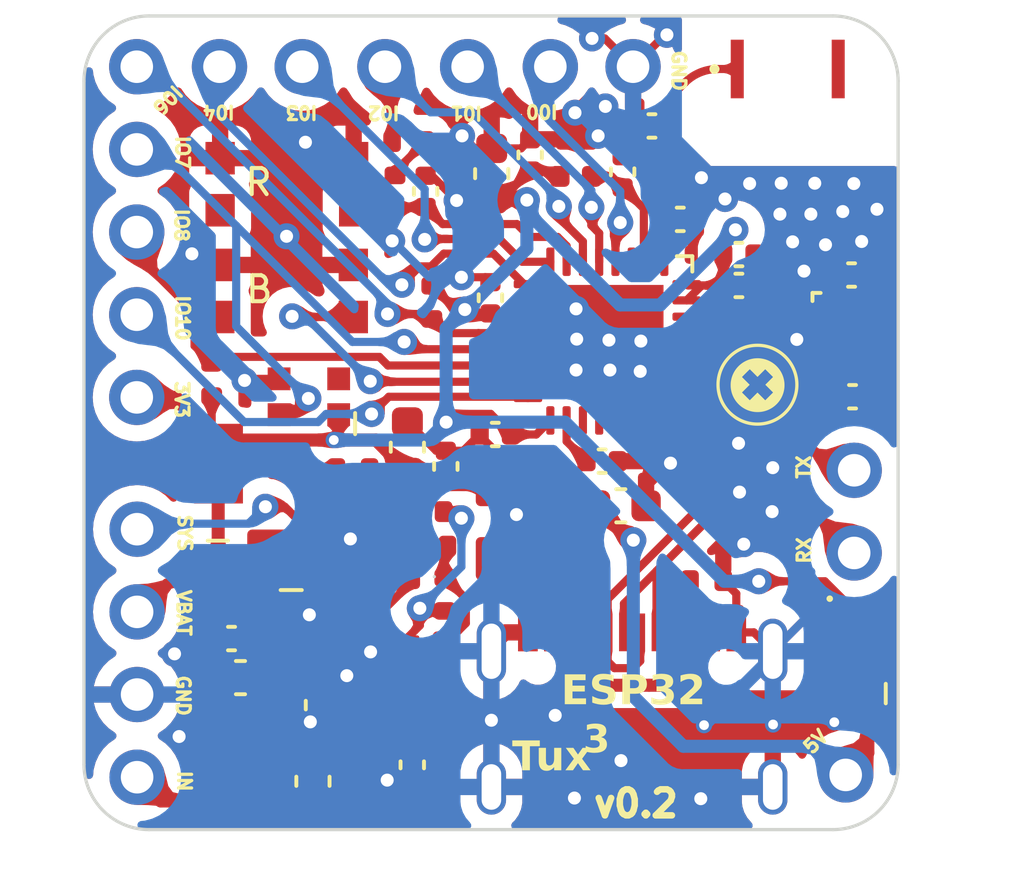
<source format=kicad_pcb>
(kicad_pcb (version 20221018) (generator pcbnew)
  (layers (0 "F.Cu" signal) (31 "B.Cu" signal) (34 "B.Paste" user) (35 "F.Paste" user) (36 "B.SilkS" user "B.Silkscreen") (37 "F.SilkS" user "F.Silkscreen") (38 "B.Mask" user) (39 "F.Mask" user) (44 "Edge.Cuts" user))
  (net 0 "")
  (net 1 "Net-(D5-A)")
  (net 2 "Net-(U1-LNA_IN)")
  (net 3 "SolarIN")
  (net 4 "XTAL_P")
  (net 5 "GND")
  (net 6 "XTAL_N")
  (net 7 "+3.3V")
  (net 8 "CHIP_EN")
  (net 9 "+5V")
  (net 10 "ANT1")
  (net 11 "Net-(U2-VREF_SAMP)")
  (net 12 "Net-(D4-A)")
  (net 13 "Net-(D1-A)")
  (net 14 "Net-(D5-K)")
  (net 16 "IO8")
  (net 17 "RX")
  (net 18 "TX")
  (net 19 "IO0")
  (net 20 "IO1")
  (net 22 "IO19")
  (net 23 "IO18")
  (net 24 "Net-(J1-CC2)")
  (net 26 "Net-(J1-CC1)")
  (net 27 "VBAT")
  (net 28 "SolarSYS")
  (net 29 "IO6")
  (net 30 "IO4")
  (net 31 "Net-(U2-LBST)")
  (net 32 "Net-(U2-OK_PROG)")
  (net 33 "Net-(U2-VBAT_OV)")
  (net 34 "Net-(U2-VBAT_UV)")
  (net 35 "Net-(U2-OK_HYST)")
  (net 36 "Net-(U2-VRDIV)")
  (net 37 "Net-(U2-VOC_SAMP)")
  (net 38 "Net-(R15-Pad2)")
  (net 39 "IO2")
  (net 40 "IO9")
  (net 43 "IO10")
  (net 44 "IO7")
  (net 51 "Net-(C9-Pad2)")
  (net 53 "VDD_SPI")
  (net 54 "IO3")
  (footprint "Resistor_SMD:R_0402_1005Metric" (layer "F.Cu") (at 109.55 75.41 90)
    (fp_text reference "R6" hide)
    (fp_text value "10K" hide)
  )
  (footprint "Resistor_SMD:R_0402_1005Metric" (layer "F.Cu") (at 110.68 78.8 90)
    (fp_text reference "R2" hide)
    (fp_text value "10K" hide)
  )
  (footprint "Resistor_SMD:R_0402_1005Metric" (layer "F.Cu") (at 109.1 85.7 90)
    (fp_text reference "R7" hide)
    (fp_text value "3.32M" hide)
  )
  (footprint "Capacitor_SMD:C_0402_1005Metric" (layer "F.Cu") (at 118.31 76.25)
    (fp_text reference "C6" hide)
    (fp_text value "4.7 pF" hide)
  )
  (footprint "BRC1518:tux" (layer "F.Cu") (at 113.999025 96.718812)
    (fp_text reference "REF**" hide)
    (fp_text value "tux" hide)
  )
  (footprint "Connector_PinHeader_2.54mm:PinHeader_1x01_P2.54mm_Vertical" (layer "F.Cu") (at 123.39 93.32 -90)
    (fp_text reference "J5" hide)
    (fp_text value "Conn_01x01" hide)
  )
  (footprint "Connector_PinHeader_2.54mm:PinHeader_1x04_P2.54mm_Vertical" (layer "F.Cu") (at 101.62 74.1)
    (fp_text reference "J2" hide)
    (fp_text value "Conn_02x04_Top_Bottom" hide)
  )
  (footprint "Resistor_SMD:R_0402_1005Metric" (layer "F.Cu") (at 119.12 87.35 180)
    (fp_text reference "R3" hide)
    (fp_text value "5k1" hide)
  )
  (footprint "Diode_SMD:D_SOD-523" (layer "F.Cu") (at 123.37 90.82 180)
    (fp_text reference "D2" hide)
    (fp_text value "1N4148WT" hide)
  )
  (footprint "Capacitor_SMD:C_0603_1608Metric" (layer "F.Cu") (at 112.52 74.845 -90)
    (fp_text reference "C12" hide)
    (fp_text value "10 uF" hide)
  )
  (footprint "Connector_PinHeader_2.54mm:PinHeader_1x02_P2.54mm_Vertical" (layer "F.Cu") (at 123.65 83.96)
    (fp_text reference "J4" hide)
    (fp_text value "Conn_01x02" hide)
  )
  (footprint "LED_SMD:LED_0402_1005Metric" (layer "F.Cu") (at 106.395 83.91 180)
    (fp_text reference "D5" hide)
    (fp_text value "LED" hide)
  )
  (footprint "Button_Switch_SMD:SW_Push_1P1T_NO_CK_KMR2" (layer "F.Cu") (at 106.22 78.45 180)
    (fp_text reference "SW1" hide)
    (fp_text value "B")
  )
  (footprint "Capacitor_SMD:C_0402_1005Metric" (layer "F.Cu") (at 113.7 74.27 -90)
    (fp_text reference "C11" hide)
    (fp_text value "0.1 uF" hide)
  )
  (footprint "Resistor_SMD:R_0402_1005Metric" (layer "F.Cu") (at 124.05 89 90)
    (fp_text reference "R4" hide)
    (fp_text value "1K" hide)
  )
  (footprint "Resistor_SMD:R_0402_1005Metric" (layer "F.Cu") (at 103.92 81.17 -90)
    (fp_text reference "R1" hide)
    (fp_text value "10K" hide)
  )
  (footprint "Capacitor_SMD:C_0603_1608Metric" (layer "F.Cu") (at 104.805 90.33 180)
    (fp_text reference "C17" hide)
    (fp_text value "4.7 uF" hide)
  )
  (footprint "Resistor_SMD:R_0402_1005Metric" (layer "F.Cu") (at 111.05 91.6 -90)
    (fp_text reference "R8" hide)
    (fp_text value "4.42M" hide)
  )
  (footprint "Button_Switch_SMD:SW_Push_1P1T_NO_CK_KMR2" (layer "F.Cu") (at 106.23 75.17 180)
    (fp_text reference "SW2" hide)
    (fp_text value "R")
  )
  (footprint "PulseAntFoot:ANT3216LL00R2400A" (layer "F.Cu") (at 121.61 71.63)
    (fp_text reference "ANT1" hide)
    (fp_text value "ANT3216LL00R2400A" hide)
  )
  (footprint "Resistor_SMD:R_0402_1005Metric" (layer "F.Cu") (at 108.71 92.53)
    (fp_text reference "R14" hide)
    (fp_text value "4.42M" hide)
  )
  (footprint "Inductor_SMD:L_1008_2520Metric" (layer "F.Cu") (at 104.95 93.045 90)
    (fp_text reference "L3" hide)
    (fp_text value "22 uH" hide)
  )
  (footprint "Capacitor_SMD:C_0402_1005Metric" (layer "F.Cu") (at 112.48 78.66 90)
    (fp_text reference "C4" hide)
    (fp_text value "0.1 uF" hide)
  )
  (footprint "Capacitor_SMD:C_0402_1005Metric" (layer "F.Cu") (at 111.11 83.84 90)
    (fp_text reference "C20" hide)
    (fp_text value "1 uF" hide)
  )
  (footprint "Capacitor_SMD:C_0402_1005Metric" (layer "F.Cu") (at 116.54 74.79 -90)
    (fp_text reference "C9" hide)
    (fp_text value "0.1 uF" hide)
  )
  (footprint "Resistor_SMD:R_0402_1005Metric" (layer "F.Cu") (at 111.03 89.69 -90)
    (fp_text reference "R11" hide)
    (fp_text value "5.62M" hide)
  )
  (footprint "Package_TO_SOT_SMD:SOT-23-5" (layer "F.Cu") (at 113.28 85.5375 90)
    (fp_text reference "U3" hide)
    (fp_text value "SPX3819M5-L-3-3" hide)
  )
  (footprint "Capacitor_SMD:C_0402_1005Metric" (layer "F.Cu") (at 112.63 82.86 180)
    (fp_text reference "C5" hide)
    (fp_text value "0.1 uF" hide)
  )
  (footprint "Resistor_SMD:R_0402_1005Metric" (layer "F.Cu") (at 109.97 73.86)
    (fp_text reference "R5" hide)
    (fp_text value "10K" hide)
  )
  (footprint "Capacitor_SMD:C_0402_1005Metric" (layer "F.Cu") (at 123.57 77.96)
    (fp_text reference "C1" hide)
    (fp_text value "10 pF" hide)
  )
  (footprint "Capacitor_SMD:C_0603_1608Metric" (layer "F.Cu") (at 109.93 83.25 90)
    (fp_text reference "C19" hide)
    (fp_text value "10 uF" hide)
  )
  (footprint "Capacitor_SMD:C_0402_1005Metric" (layer "F.Cu") (at 117.44 73.38 180)
    (fp_text reference "C7" hide)
    (fp_text value "3.3 pF" hide)
  )
  (footprint "LED_SMD:LED_WS2812B-2020_PLCC4_2.0x2.0mm" (layer "F.Cu") (at 106.905 81.7 180)
    (fp_text reference "D3" hide)
    (fp_text value "WS2812B" hide)
  )
  (footprint "Capacitor_SMD:C_0402_1005Metric" (layer "F.Cu") (at 104.53 89.13 180)
    (fp_text reference "C18" hide)
    (fp_text value "0.1 uF" hide)
  )
  (footprint "Jumper:SolderJumper-2_P1.3mm_Open_TrianglePad1.0x1.5mm" (layer "F.Cu") (at 104.13 83.755 90)
    (fp_text reference "JP1" hide)
    (fp_text value "SolderJumper_2_Open" hide)
  )
  (footprint "Resistor_SMD:R_0402_1005Metric" (layer "F.Cu") (at 115.6 86.92 -90)
    (fp_text reference "R2" hide)
    (fp_text value "5k1" hide)
  )
  (footprint "Capacitor_SMD:C_0603_1608Metric" (layer "F.Cu") (at 116.485 85.05)
    (fp_text reference "C16" hide)
    (fp_text value "10 uF" hide)
  )
  (footprint "Resistor_SMD:R_0402_1005Metric" (layer "F.Cu") (at 108.26 83.91 180)
    (fp_text reference "R17" hide)
    (fp_text value "4K7" hide)
  )
  (footprint "Resistor_SMD:R_0402_1005Metric" (layer "F.Cu") (at 110.53 85.23 180)
    (fp_text reference "R9" hide)
    (fp_text value "3.83M" hide)
  )
  (footprint "Resistor_SMD:R_0402_1005Metric" (layer "F.Cu") (at 110.65 86.29 180)
    (fp_text reference "R13" hide)
    (fp_text value "542K" hide)
  )
  (footprint "Resistor_SMD:R_0402_1005Metric" (layer "F.Cu") (at 109.54 87.29 180)
    (fp_text reference "R10" hide)
    (fp_text value "6.12M" hide)
  )
  (footprint "Capacitor_SMD:C_0402_1005Metric" (layer "F.Cu") (at 120.11 77.33)
    (fp_text reference "C10" hide)
    (fp_text value "1 uF" hide)
  )
  (footprint "Capacitor_SMD:C_0402_1005Metric" (layer "F.Cu") (at 123.6 81.7 180)
    (fp_text reference "C3" hide)
    (fp_text value "10 pF" hide)
  )
  (footprint "Resistor_SMD:R_0402_1005Metric" (layer "F.Cu") (at 111.02 93.51 90)
    (fp_text reference "R16" hide)
    (fp_text value "9.76M" hide)
  )
  (footprint "Package_DFN_QFN:VQFN-16-1EP_3x3mm_P0.5mm_EP1.68x1.68mm" (layer "F.Cu") (at 108.42 89.9075 90)
    (fp_text reference "U2" hide)
    (fp_text value "BQ25504" hide)
  )
  (footprint "LED_SMD:LED_0402_1005Metric" (layer "F.Cu") (at 122.9 88.995 -90)
    (fp_text reference "D1" hide)
    (fp_text value "LED" hide)
  )
  (footprint "Connector_USB:USB_C_Receptacle_Palconn_UTC16-G" (layer "F.Cu") (at 116.83 91.45)
    (fp_text reference "J1" hide)
    (fp_text value "USB_C_Receptacle_USB2.0" hide)
  )
  (footprint "Connector_PinHeader_2.54mm:PinHeader_1x04_P2.54mm_Vertical" (layer "F.Cu") (at 101.63 85.77)
    (fp_text reference "J6" hide)
    (fp_text value "Conn_01x04" hide)
  )
  (footprint "Capacitor_SMD:C_0603_1608Metric" (layer "F.Cu") (at 107.03 93.515 90)
    (fp_text reference "C14" hide)
    (fp_text value "4.7 uF" hide)
  )
  (footprint "Capacitor_SMD:C_0402_1005Metric" (layer "F.Cu") (at 120.11 78.28)
    (fp_text reference "C8" hide)
    (fp_text value "10 nF" hide)
  )
  (footprint "BRC1518:Logo" (layer "F.Cu") (at 120.68 81.33 180)
    (fp_text reference "REF**" hide)
    (fp_text value "Logo" hide)
  )
  (footprint "Package_DFN_QFN:QFN-32-1EP_5x5mm_P0.5mm_EP3.45x3.45mm" (layer "F.Cu") (at 116.07 79.99 -90)
    (fp_text reference "U1" hide)
    (fp_text value "ESP32-C3" hide)
  )
  (footprint "Resistor_SMD:R_0402_1005Metric" (layer "F.Cu") (at 109.59 94.42)
    (fp_text reference "R15" hide)
    (fp_text value "5.90M" hide)
  )
  (footprint "Inductor_SMD:L_0402_1005Metric" (layer "F.Cu") (at 115.1 74.93 180)
    (fp_text reference "L2" hide)
    (fp_text value "2 nH" hide)
  )
  (footprint "Resistor_SMD:R_0402_1005Metric" (layer "F.Cu") (at 111.08 87.77 -90)
    (fp_text reference "R12" hide)
    (fp_text value "6.12M" hide)
  )
  (footprint "Capacitor_SMD:C_0402_1005Metric" (layer "F.Cu") (at 110.49 75.39 90)
    (fp_text reference "C13" hide)
    (fp_text value "1 uF" hide)
  )
  (footprint "Package_TO_SOT_SMD:SOT-23" (layer "F.Cu") (at 106.6875 86.08 180)
    (fp_text reference "Q1" hide)
    (fp_text value "BC847" hide)
  )
  (footprint "Capacitor_SMD:C_0402_1005Metric" (layer "F.Cu") (at 115.91 83.68)
    (fp_text reference "C2" hide)
    (fp_text value "1 uF" hide)
  )
  (footprint "Diode_SMD:D_SOD-523" (layer "F.Cu") (at 104.12 87.3825 -90)
    (fp_text reference "D4" hide)
    (fp_text value "1N4148WT" hide)
  )
  (footprint "Crystal:Crystal_SMD_2016-4Pin_2.0x1.6mm" (layer "F.Cu") (at 123.52 79.86 -90)
    (fp_text reference "Y1" hide)
    (fp_text value "40 Mhz" hide)
  )
  (footprint "Inductor_SMD:L_0402_1005Metric" (layer "F.Cu") (at 117.88 74.785 90)
    (fp_text reference "L1" hide)
    (fp_text value "2 nH" hide)
  )
  (footprint "Connector_PinHeader_2.54mm:PinHeader_1x07_P2.54mm_Vertical" (layer "F.Cu") (at 101.62 71.56 90)
    (fp_text reference "J3" hide)
    (fp_text value "Conn_02x04_Top_Bottom" hide)
  )
  (footprint "Capacitor_SMD:C_0402_1005Metric" (layer "F.Cu") (at 110.08 93.01 -90)
    (fp_text reference "C15" hide)
    (fp_text value "10 nF" hide)
  )
  (gr_arc (start 100 72) (mid 100.585786 70.585786) (end 102 70) (stroke (width 0.1)) (layer "Edge.Cuts"))
  (gr_arc (start 102 95) (mid 100.585786 94.414214) (end 100 93) (stroke (width 0.1)) (layer "Edge.Cuts"))
  (gr_line (start 100 72) (end 100 93) (stroke (width 0.1)) (layer "Edge.Cuts"))
  (gr_line (start 110.76 87.23) (end 110.76 87.23) (stroke (width 0.1)) (layer "Edge.Cuts"))
  (gr_line (start 123 70) (end 102 70) (stroke (width 0.1)) (layer "Edge.Cuts"))
  (gr_line (start 102 95) (end 123 95) (stroke (width 0.1)) (layer "Edge.Cuts"))
  (gr_arc (start 125 93) (mid 124.414214 94.414214) (end 123 95) (stroke (width 0.1)) (layer "Edge.Cuts"))
  (gr_line (start 125 72) (end 125 93) (stroke (width 0.1)) (layer "Edge.Cuts"))
  (gr_arc (start 123 70) (mid 124.414214 70.585786) (end 125 72) (stroke (width 0.1)) (layer "Edge.Cuts"))
  (segment (start 105.91 83.928216) (end 107.111784 85.13) (width 0.25) (layer "F.Cu") (net 1))
  (segment (start 117.81 76.19) (end 117.81 75.34) (width 0.25) (layer "F.Cu") (net 2))
  (segment (start 117.82 77.5525) (end 117.82 76.2) (width 0.25) (layer "F.Cu") (net 2))
  (segment (start 104.95 94.12) (end 102.36 94.12) (width 0.4) (layer "F.Cu") (net 3))
  (segment (start 107.03 94.29) (end 107.905 93.415) (width 0.4) (layer "F.Cu") (net 3))
  (segment (start 107.905 92.825) (end 108.2 92.53) (width 0.4) (layer "F.Cu") (net 3))
  (segment (start 107.905 93.415) (end 107.905 92.825) (width 0.4) (layer "F.Cu") (net 3))
  (segment (start 108.17 91.37) (end 108.17 92.5) (width 0.25) (layer "F.Cu") (net 3))
  (segment (start 102.36 94.12) (end 101.63 93.39) (width 0.4) (layer "F.Cu") (net 3))
  (segment (start 107.03 94.29) (end 105.12 94.29) (width 0.4) (layer "F.Cu") (net 3))
  (segment (start 123.09 77.96) (end 123.09 79.04) (width 0.2) (layer "F.Cu") (net 4))
  (segment (start 118.5075 79.24) (end 122.89 79.24) (width 0.2) (layer "F.Cu") (net 4))
  (segment (start 110.14 85.23) (end 109.27 85.23) (width 0.25) (layer "F.Cu") (net 5))
  (segment (start 118.77 76.19) (end 118.77 75.16) (width 0.25) (layer "F.Cu") (net 5))
  (segment (start 108.77 84.86) (end 109.1 85.19) (width 0.25) (layer "F.Cu") (net 5))
  (segment (start 104.93 81.1995) (end 104.9795 81.15) (width 0.25) (layer "F.Cu") (net 5))
  (segment (start 110.08 93.49) (end 110.53 93.49) (width 0.25) (layer "F.Cu") (net 5))
  (segment (start 113.09 88.94) (end 112.51 89.52) (width 0.25) (layer "F.Cu") (net 5))
  (segment (start 119.63 87.35) (end 120.03 87.75) (width 0.25) (layer "F.Cu") (net 5))
  (segment (start 106.9575 88.4375) (end 106.92 88.4) (width 0.25) (layer "F.Cu") (net 5))
  (segment (start 116.86 71.56) (end 116.86 73.28) (width 0.25) (layer "F.Cu") (net 5))
  (segment (start 112.52 74.07) (end 113.42 74.07) (width 0.25) (layer "F.Cu") (net 5))
  (segment (start 107.695 91.345) (end 107.695 90.6325) (width 0.25) (layer "F.Cu") (net 5))
  (segment (start 109.059353 85.19) (end 108.180525 86.068828) (width 0.25) (layer "F.Cu") (net 5))
  (segment (start 112.51 91.64) (end 112.51 93.69) (width 0.25) (layer "F.Cu") (net 5))
  (segment (start 113.28 84.015749) (end 113.28 86.675) (width 0.25) (layer "F.Cu") (net 5))
  (segment (start 114.3475 87.6625) (end 114.6025 87.6625) (width 0.25) (layer "F.Cu") (net 5))
  (segment (start 104.9795 81.15) (end 105.99 81.15) (width 0.25) (layer "F.Cu") (net 5))
  (segment (start 124.795 79.885) (end 124.795 81.335) (width 0.25) (layer "F.Cu") (net 5))
  (segment (start 107.269598 91.37) (end 107.67 91.37) (width 0.25) (layer "F.Cu") (net 5))
  (segment (start 120.03 87.75) (end 120.03 88.94) (width 0.25) (layer "F.Cu") (net 5))
  (segment (start 124.43 81.7) (end 124.08 81.7) (width 0.25) (layer "F.Cu") (net 5))
  (segment (start 107.67 88.445) (end 107.67 89.1575) (width 0.25) (layer "F.Cu") (net 5))
  (segment (start 109.32 93.49) (end 109.31 93.48) (width 0.25) (layer "F.Cu") (net 5))
  (segment (start 124.07 79.16) (end 124.795 79.885) (width 0.25) (layer "F.Cu") (net 5))
  (segment (start 118.77 75.16) (end 118.96 74.97) (width 0.25) (layer "F.Cu") (net 5))
  (segment (start 113.63 88.94) (end 113.09 88.94) (width 0.25) (layer "F.Cu") (net 5))
  (segment (start 114.955 87.055) (end 115.6 86.41) (width 0.25) (layer "F.Cu") (net 5))
  (segment (start 107.67 88.445) (end 106.965 88.445) (width 0.25) (layer "F.Cu") (net 5))
  (segment (start 112.15 82.86) (end 111.65 83.36) (width 0.25) (layer "F.Cu") (net 5))
  (segment (start 117.95 83.68) (end 116.39 83.68) (width 0.25) (layer "F.Cu") (net 5))
  (segment (start 115.99 70.69) (end 116.86 71.56) (width 0.25) (layer "F.Cu") (net 5))
  (segment (start 109.8825 90.6575) (end 109.8825 90.9425) (width 0.25) (layer "F.Cu") (net 5))
  (segment (start 107.67 92.1) (end 107.03 92.74) (width 0.25) (layer "F.Cu") (net 5))
  (segment (start 107.695 90.6325) (end 108.0575 90.27) (width 0.25) (layer "F.Cu") (net 5))
  (segment (start 113.42 74.07) (end 113.7 73.79) (width 0.25) (layer "F.Cu") (net 5))
  (segment (start 108.42 89.9075) (end 107.67 89.1575) (width 0.25) (layer "F.Cu") (net 5))
  (segment (start 110.08 93.49) (end 109.32 93.49) (width 0.25) (layer "F.Cu") (net 5))
  (segment (start 110.53 93.49) (end 111.02 93) (width 0.25) (layer "F.Cu") (net 5))
  (segment (start 116.96 73.38) (end 116.96 73.89) (width 0.25) (layer "F.Cu") (net 5))
  (segment (start 104.05 89.13) (end 104.05 90.31) (width 0.25) (layer "F.Cu") (net 5))
  (segment (start 109.418008 90.6575) (end 109.8825 90.6575) (width 0.25) (layer "F.Cu") (net 5))
  (segment (start 106.965 88.445) (end 106.92 88.4) (width 0.25) (layer "F.Cu") (net 5))
  (segment (start 107.67 91.37) (end 107.695 91.345) (width 0.25) (layer "F.Cu") (net 5))
  (segment (start 118.01 83.74) (end 117.95 83.68) (width 0.25) (layer "F.Cu") (net 5))
  (segment (start 110.49 74.91) (end 110.681549 74.91) (width 0.25) (layer "F.Cu") (net 5))
  (segment (start 106.9575 89.1575) (end 106.9575 88.4375) (width 0.25) (layer "F.Cu") (net 5))
  (segment (start 112.15 82.885749) (end 113.28 84.015749) (width 0.25) (layer "F.Cu") (net 5))
  (segment (start 124.795 81.335) (end 124.43 81.7) (width 0.25) (layer "F.Cu") (net 5))
  (segment (start 116.54 74.31) (end 116.02 73.79) (width 0.25) (layer "F.Cu") (net 5))
  (segment (start 108.668008 89.9075) (end 109.418008 90.6575) (width 0.25) (layer "F.Cu") (net 5))
  (segment (start 114.6025 87.6625) (end 114.955 87.31) (width 0.25) (layer "F.Cu") (net 5))
  (segment (start 120.03 88.94) (end 120.57 88.94) (width 0.25) (layer "F.Cu") (net 5))
  (segment (start 106.949799 91.689799) (end 107.269598 91.37) (width 0.25) (layer "F.Cu") (net 5))
  (segment (start 120.57 88.94) (end 121.15 89.52) (width 0.25) (layer "F.Cu") (net 5))
  (segment (start 111.11 83.36) (end 110.815 83.36) (width 0.25) (layer "F.Cu") (net 5))
  (segment (start 111.58834 78.027444) (end 112.327444 78.027444) (width 0.25) (layer "F.Cu") (net 5))
  (segment (start 118.01 83.74) (end 117.26 84.49) (width 0.25) (layer "F.Cu") (net 5))
  (segment (start 112.52 74.07) (end 111.994598 74.07) (width 0.25) (layer "F.Cu") (net 5))
  (segment (start 111.65 83.36) (end 111.11 83.36) (width 0.25) (layer "F.Cu") (net 5))
  (segment (start 112.51 89.52) (end 112.51 91.64) (width 0.25) (layer "F.Cu") (net 5))
  (segment (start 110.815 83.36) (end 109.93 82.475) (width 0.25) (layer "F.Cu") (net 5))
  (segment (start 116.02 73.79) (end 113.7 73.79) (width 0.25) (layer "F.Cu") (net 5))
  (segment (start 108.77 83.91) (end 108.77 84.86) (width 0.25) (layer "F.Cu") (net 5))
  (segment (start 122.16 88.51) (end 121.15 89.52) (width 0.25) (layer "F.Cu") (net 5))
  (segment (start 122.97 80.56) (end 122.509243 80.56) (width 0.25) (layer "F.Cu") (net 5))
  (segment (start 114.955 87.31) (end 114.955 87.055) (width 0.25) (layer "F.Cu") (net 5))
  (segment (start 117.26 84.49) (end 117.26 85.05) (width 0.25) (layer "F.Cu") (net 5))
  (segment (start 109.8825 90.9425) (end 111.05 92.11) (width 0.25) (layer "F.Cu") (net 5))
  (segment (start 117.84 70.58) (end 116.86 71.56) (width 0.25) (layer "F.Cu") (net 5))
  (segment (start 117.26 85.05) (end 117.26 84.55) (width 0.25) (layer "F.Cu") (net 5))
  (segment (start 122.9 88.51) (end 122.16 88.51) (width 0.25) (layer "F.Cu") (net 5))
  (segment (start 107.67 91.37) (end 107.67 92.1) (width 0.25) (layer "F.Cu") (net 5))
  (segment (start 113.63 88.94) (end 113.63 88.38) (width 0.25) (layer "F.Cu") (net 5))
  (segment (start 111.02 93) (end 111.02 92.14) (width 0.25) (layer "F.Cu") (net 5))
  (segment (start 104.17 77.65) (end 103.654544 77.65) (width 0.25) (layer "F.Cu") (net 5))
  (segment (start 124.05 77.96) (end 124.05 79.14) (width 0.25) (layer "F.Cu") (net 5))
  (segment (start 117.9 70.58) (end 117.84 70.58) (width 0.25) (layer "F.Cu") (net 5))
  (segment (start 115.6 70.69) (end 115.99 70.69) (width 0.25) (layer "F.Cu") (net 5))
  (segment (start 116.96 73.89) (end 116.54 74.31) (width 0.25) (layer "F.Cu") (net 5))
  (segment (start 122.509243 80.56) (end 121.888743 79.9395) (width 0.25) (layer "F.Cu") (net 5))
  (segment (start 110.681549 74.91) (end 111.442049 75.6705) (width 0.25) (layer "F.Cu") (net 5))
  (segment (start 107.67 89.1575) (end 106.9575 89.1575) (width 0.25) (layer "F.Cu") (net 5))
  (segment (start 113.63 88.38) (end 114.3475 87.6625) (width 0.25) (layer "F.Cu") (net 5))
  (segment (start 111.994598 74.07) (end 111.609098 73.6845) (width 0.25) (layer "F.Cu") (net 5))
  (segment (start 103.654544 77.65) (end 103.312608 77.308064) (width 0.25) (layer "F.Cu") (net 5))
  (via (at 120.13 84.63) (size 0.8) (drill 0.4) (layers "F.Cu" "B.Cu") (net 5))
  (via (at 122.77 77.03) (size 0.8) (drill 0.4) (layers "F.Cu" "B.Cu") (net 5))
  (via (at 122.32 76.09) (size 0.8) (drill 0.4) (layers "F.Cu" "B.Cu") (net 5))
  (via (at 123.64 75.15) (size 0.8) (drill 0.4) (layers "F.Cu" "B.Cu") (net 5))
  (via (at 111.58834 78.027444) (size 0.8) (drill 0.4) (layers "F.Cu" "B.Cu") (net 5))
  (via (at 118.01 83.74) (size 0.8) (drill 0.4) (layers "F.Cu" "B.Cu") (net 5))
  (via (at 113.28 85.32) (size 0.8) (drill 0.4) (layers "F.Cu" "B.Cu") (net 5))
  (via (at 123.04 91.7) (size 0.5) (drill 0.3) (layers "F.Cu" "B.Cu") (net 5))
  (via (at 115.11 80.88) (size 0.8) (drill 0.4) (layers "F.Cu" "B.Cu") (net 5))
  (via (at 109.31 93.48) (size 0.8) (drill 0.4) (layers "F.Cu" "B.Cu") (net 5))
  (via (at 106.22 76.77) (size 0.8) (drill 0.4) (layers "F.Cu" "B.Cu") (net 5))
  (via (at 115.11 79) (size 0.8) (drill 0.4) (layers "F.Cu" "B.Cu") (net 5))
  (via (at 115.6 70.69) (size 0.8) (drill 0.4) (layers "F.Cu" "B.Cu") (net 5))
  (via (at 119.68407 75.623611) (size 0.8) (drill 0.4) (layers "F.Cu" "B.Cu") (net 5))
  (via (at 118.96 74.97) (size 0.8) (drill 0.4) (layers "F.Cu" "B.Cu") (net 5))
  (via (at 122.11 77.84) (size 0.8) (drill 0.4) (layers "F.Cu" "B.Cu") (net 5))
  (via (at 108.07 90.27) (size 0.8) (drill 0.4) (layers "F.Cu" "B.Cu") (net 5))
  (via (at 111.609098 73.6845) (size 0.8) (drill 0.4) (layers "F.Cu" "B.Cu") (net 5))
  (via (at 117.08 80.92) (size 0.8) (drill 0.4) (layers "F.Cu" "B.Cu") (net 5))
  (via (at 121.16 91.77) (size 0.5) (drill 0.3) (layers "F.Cu" "B.Cu") (net 5))
  (via (at 109.462611 76.911145) (size 0.8) (drill 0.4) (layers "F.Cu" "B.Cu") (net 5))
  (via (at 106.92 88.4) (size 0.8) (drill 0.4) (layers "F.Cu" "B.Cu") (net 5))
  (via (at 121.888743 79.9395) (size 0.8) (drill 0.4) (layers "F.Cu" "B.Cu") (net 5))
  (via (at 123.88 76.93) (size 0.8) (drill 0.4) (layers "F.Cu" "B.Cu") (net 5))
  (via (at 111.442049 75.6705) (size 0.8) (drill 0.4) (layers "F.Cu" "B.Cu") (net 5))
  (via (at 120.26 86.23) (size 0.8) (drill 0.4) (layers "F.Cu" "B.Cu") (net 5))
  (via (at 116.12 79.96) (size 0.8) (drill 0.4) (layers "F.Cu" "B.Cu") (net 5))
  (via (at 115.13 79.93) (size 0.8) (drill 0.4) (layers "F.Cu" "B.Cu") (net 5))
  (via (at 122.44 75.14) (size 0.8) (drill 0.4) (layers "F.Cu" "B.Cu") (net 5))
  (via (at 106.949799 91.689799) (size 0.8) (drill 0.4) (layers "F.Cu" "B.Cu") (net 5))
  (via (at 102.92 92.14) (size 0.8) (drill 0.4) (layers "F.Cu" "B.Cu") (net 5))
  (via (at 115.787299 73.682701) (size 0.8) (drill 0.4) (layers "F.Cu" "B.Cu") (net 5))
  (via (at 117.9 70.58) (size 0.8) (drill 0.4) (layers "F.Cu" "B.Cu") (net 5))
  (via (at 116.15 80.88) (size 0.8) (drill 0.4) (layers "F.Cu" "B.Cu") (net 5))
  (via (at 121.76 76.94) (size 0.8) (drill 0.4) (layers "F.Cu" "B.Cu") (net 5))
  (via (at 103.312608 77.308064) (size 0.8) (drill 0.4) (layers "F.Cu" "B.Cu") (net 5))
  (via (at 121.13 85.23) (size 0.8) (drill 0.4) (layers "F.Cu" "B.Cu") (net 5))
  (via (at 108.8 89.54) (size 0.8) (drill 0.4) (layers "F.Cu" "B.Cu") (net 5))
  (via (at 116.01 72.78) (size 0.8) (drill 0.4) (layers "F.Cu" "B.Cu") (net 5))
  (via (at 116.49 92.88) (size 0.8) (drill 0.4) (layers "F.Cu" "B.Cu") (net 5))
  (via (at 112.51 91.64) (size 0.8) (drill 0.4) (layers "F.Cu" "B.Cu") (net 5))
  (via (at 121.37 76.09) (size 0.8) (drill 0.4) (layers "F.Cu" "B.Cu") (net 5))
  (via (at 102.78 89.6) (size 0.8) (drill 0.4) (layers "F.Cu" "B.Cu") (net 5))
  (via (at 121.15 83.88) (size 0.8) (drill 0.4) (layers "F.Cu" "B.Cu") (net 5))
  (via (at 120.44 75.15) (size 0.8) (drill 0.4) (layers "F.Cu" "B.Cu") (net 5))
  (via (at 124.35 75.94) (size 0.8) (drill 0.4) (layers "F.Cu" "B.Cu") (net 5))
  (via (at 114.47 91.49) (size 0.8) (drill 0.4) (layers "F.Cu" "B.Cu") (net 5))
  (via (at 115.06 94.03) (size 0.8) (drill 0.4) (layers "F.Cu" "B.Cu") (net 5))
  (via (at 106.8 73.88) (size 0.8) (drill 0.4) (layers "F.Cu" "B.Cu") (net 5))
  (via (at 121.41 75.14) (size 0.8) (drill 0.4) (layers "F.Cu" "B.Cu") (net 5))
  (via (at 104.93 81.1995) (size 0.8) (drill 0.4) (layers "F.Cu" "B.Cu") (net 5))
  (via (at 118.94 94.05) (size 0.8) (drill 0.4) (layers "F.Cu" "B.Cu") (net 5))
  (via (at 115.0773 72.9727) (size 0.8) (drill 0.4) (layers "F.Cu" "B.Cu") (net 5))
  (via (at 120.0995 83.13) (size 0.8) (drill 0.4) (layers "F.Cu" "B.Cu") (net 5))
  (via (at 117.1 79.99) (size 0.8) (drill 0.4) (layers "F.Cu" "B.Cu") (net 5))
  (via (at 108.180525 86.068828) (size 0.8) (drill 0.4) (layers "F.Cu" "B.Cu") (net 5))
  (via (at 123.3 76.01) (size 0.8) (drill 0.4) (layers "F.Cu" "B.Cu") (net 5))
  (via (at 119.04 91.7905) (size 0.5) (drill 0.3) (layers "F.Cu" "B.Cu") (net 5))
  (segment (start 109.462611 76.911145) (end 109.48124 76.911145) (width 0.25) (layer "B.Cu") (net 5))
  (segment (start 111.442049 75.6705) (end 111.442049 77.881153) (width 0.25) (layer "B.Cu") (net 5))
  (segment (start 110.597539 78.027444) (end 111.58834 78.027444) (width 0.25) (layer "B.Cu") (net 5))
  (segment (start 122.33 88.34) (end 121.15 89.52) (width 0.25) (layer "B.Cu") (net 5))
  (segment (start 121.15 89.52) (end 121.5 89.52) (width 0.25) (layer "B.Cu") (net 5))
  (segment (start 118.01 83.74) (end 118.01 81.85) (width 0.25) (layer "B.Cu") (net 5))
  (segment (start 120.43 75.16) (end 120.44 75.15) (width 0.25) (layer "B.Cu") (net 5))
  (segment (start 111.442049 77.881153) (end 111.58834 78.027444) (width 0.25) (layer "B.Cu") (net 5))
  (segment (start 111.609098 73.6845) (end 111.609098 75.503451) (width 0.25) (layer "B.Cu") (net 5))
  (segment (start 115.787299 73.682701) (end 115.787301 73.682701) (width 0.25) (layer "B.Cu") (net 5))
  (segment (start 121.485305 86.23) (end 122.33 87.074695) (width 0.25) (layer "B.Cu") (net 5))
  (segment (start 118.01 81.85) (end 117.08 80.92) (width 0.25) (layer "B.Cu") (net 5))
  (segment (start 115.787301 73.682701) (end 115.867299 73.762699) (width 0.25) (layer "B.Cu") (net 5))
  (segment (start 106.8 73.88) (end 106.8 74.230353) (width 0.25) (layer "B.Cu") (net 5))
  (segment (start 119.04 91.7905) (end 121.15 89.6805) (width 0.4) (layer "B.Cu") (net 5))
  (segment (start 109.48124 76.911145) (end 110.597539 78.027444) (width 0.25) (layer "B.Cu") (net 5))
  (segment (start 111.609098 75.503451) (end 111.442049 75.6705) (width 0.25) (layer "B.Cu") (net 5))
  (segment (start 106.8 74.230353) (end 109.462611 76.892964) (width 0.25) (layer "B.Cu") (net 5))
  (segment (start 120.26 86.23) (end 121.485305 86.23) (width 0.25) (layer "B.Cu") (net 5))
  (segment (start 122.33 87.074695) (end 122.33 88.34) (width 0.25) (layer "B.Cu") (net 5))
  (segment (start 109.462611 76.892964) (end 109.462611 76.911145) (width 0.25) (layer "B.Cu") (net 5))
  (segment (start 122.66 81.7) (end 122.99 81.7) (width 0.2) (layer "F.Cu") (net 6))
  (segment (start 120.7 79.74) (end 122.66 81.7) (width 0.2) (layer "F.Cu") (net 6))
  (segment (start 123.12 81.7) (end 124.07 80.75) (width 0.2) (layer "F.Cu") (net 6))
  (segment (start 118.5075 79.74) (end 120.7 79.74) (width 0.2) (layer "F.Cu") (net 6))
  (segment (start 109.93 83.993396) (end 108.966604 83.03) (width 0.4) (layer "F.Cu") (net 7))
  (segment (start 119.63 78.28) (end 118.5475 78.28) (width 0.25) (layer "F.Cu") (net 7))
  (segment (start 109.93 84.025) (end 110.815 84.025) (width 0.4) (layer "F.Cu") (net 7))
  (segment (start 104.13 83.03) (end 107.67 83.03) (width 0.4) (layer "F.Cu") (net 7))
  (segment (start 109.55 74.79) (end 110.48 73.86) (width 0.25) (layer "F.Cu") (net 7))
  (segment (start 113.11 82.86) (end 113.8875 82.86) (width 0.25) (layer "F.Cu") (net 7))
  (segment (start 111.912915 79.24) (end 113.6325 79.24) (width 0.25) (layer "F.Cu") (net 7))
  (segment (start 112.83 75.62) (end 113.7 74.75) (width 0.25) (layer "F.Cu") (net 7))
  (segment (start 101.62 81.72) (end 102.82 81.72) (width 0.4) (layer "F.Cu") (net 7))
  (segment (start 112.52 75.62) (end 110.76 73.86) (width 0.25) (layer "F.Cu") (net 7))
  (segment (start 119.63 77.33) (end 119.63 76.943902) (width 0.25) (layer "F.Cu") (net 7))
  (segment (start 111.411321 79.021321) (end 111.694236 79.021321) (width 0.25) (layer "F.Cu") (net 7))
  (segment (start 119.63 78.28) (end 118.9675 78.28) (width 0.25) (layer "F.Cu") (net 7))
  (segment (start 113.7 74.75) (end 114.435 74.75) (width 0.25) (layer "F.Cu") (net 7))
  (segment (start 108.966604 83.03) (end 107.67 83.03) (width 0.4) (layer "F.Cu") (net 7))
  (segment (start 118.9675 78.28) (end 118.5075 78.74) (width 0.25) (layer "F.Cu") (net 7))
  (segment (start 107.82 82.88) (end 107.67 83.03) (width 0.25) (layer "F.Cu") (net 7))
  (segment (start 110.68 78.29) (end 111.411321 79.021321) (width 0.25) (layer "F.Cu") (net 7))
  (segment (start 103.92 81.68) (end 103.92 82.82) (width 0.25) (layer "F.Cu") (net 7))
  (segment (start 120.72 87.37) (end 122.748216 87.37) (width 0.25) (layer "F.Cu") (net 7))
  (segment (start 104.12 86.6825) (end 104.12 84.49) (width 0.4) (layer "F.Cu") (net 7))
  (segment (start 110.76 73.86) (end 110.48 73.86) (width 0.25) (layer "F.Cu") (net 7))
  (segment (start 111.694236 79.021321) (end 111.912915 79.24) (width 0.25) (layer "F.Cu") (net 7))
  (segment (start 113.598919 75.658616) (end 112.558616 75.658616) (width 0.25) (layer "F.Cu") (net 7))
  (segment (start 112.485 82.225) (end 113.11 82.85) (width 0.25) (layer "F.Cu") (net 7))
  (segment (start 111.12 82.4805) (end 111.3755 82.225) (width 0.25) (layer "F.Cu") (net 7))
  (segment (start 119.63 78.28) (end 119.63 77.33) (width 0.25) (layer "F.Cu") (net 7))
  (segment (start 114.435 74.75) (end 114.615 74.93) (width 0.25) (layer "F.Cu") (net 7))
  (segment (start 113.8875 82.86) (end 114.32 82.4275) (width 0.25) (layer "F.Cu") (net 7))
  (segment (start 111.3755 82.225) (end 112.485 82.225) (width 0.25) (layer "F.Cu") (net 7))
  (segment (start 107.82 82.25) (end 107.82 82.88) (width 0.25) (layer "F.Cu") (net 7))
  (segment (start 119.63 76.943902) (end 120.003056 76.570846) (width 0.25) (layer "F.Cu") (net 7))
  (segment (start 102.82 81.72) (end 104.13 83.03) (width 0.4) (layer "F.Cu") (net 7))
  (segment (start 112.33 84.4) (end 111.19 84.4) (width 0.4) (layer "F.Cu") (net 7))
  (segment (start 122.748216 87.37) (end 123.868216 88.49) (width 0.25) (layer "F.Cu") (net 7))
  (segment (start 118.5475 78.28) (end 118.5075 78.24) (width 0.25) (layer "F.Cu") (net 7))
  (segment (start 110.815 84.025) (end 111.11 84.32) (width 0.4) (layer "F.Cu") (net 7))
  (via (at 120.003056 76.570846) (size 0.8) (drill 0.4) (layers "F.Cu" "B.Cu") (net 7))
  (via (at 120.72 87.37) (size 0.8) (drill 0.4) (layers "F.Cu" "B.Cu") (net 7))
  (via (at 107.67 83.03) (size 0.5) (drill 0.3) (layers "F.Cu" "B.Cu") (net 7))
  (via (at 111.694236 79.021321) (size 0.8) (drill 0.4) (layers "F.Cu" "B.Cu") (net 7))
  (via (at 111.12 82.4805) (size 0.8) (drill 0.4) (layers "F.Cu" "B.Cu") (net 7))
  (via (at 113.598919 75.658616) (size 0.8) (drill 0.4) (layers "F.Cu" "B.Cu") (net 7))
  (segment (start 113.598919 77.148236) (end 113.598919 75.658616) (width 0.4) (layer "B.Cu") (net 7))
  (segment (start 110.5705 83.03) (end 107.67 83.03) (width 0.4) (layer "B.Cu") (net 7))
  (segment (start 111.12 82.4805) (end 111.12 79.595557) (width 0.4) (layer "B.Cu") (net 7))
  (segment (start 111.725834 79.021321) (end 113.598919 77.148236) (width 0.4) (layer "B.Cu") (net 7))
  (segment (start 111.694236 79.021321) (end 111.725834 79.021321) (width 0.4) (layer "B.Cu") (net 7))
  (segment (start 116.46 78.88) (end 117.693902 78.88) (width 0.4) (layer "B.Cu") (net 7))
  (segment (start 120.72 87.37) (end 119.658629 87.37) (width 0.4) (layer "B.Cu") (net 7))
  (segment (start 113.598919 76.018919) (end 113.598919 75.658616) (width 0.4) (layer "B.Cu") (net 7))
  (segment (start 119.658629 87.37) (end 114.769129 82.4805) (width 0.4) (layer "B.Cu") (net 7))
  (segment (start 117.693902 78.88) (end 120.003056 76.570846) (width 0.4) (layer "B.Cu") (net 7))
  (segment (start 111.12 79.595557) (end 111.694236 79.021321) (width 0.4) (layer "B.Cu") (net 7))
  (segment (start 111.12 82.4805) (end 110.5705 83.03) (width 0.4) (layer "B.Cu") (net 7))
  (segment (start 116.46 78.88) (end 113.598919 76.018919) (width 0.4) (layer "B.Cu") (net 7))
  (segment (start 114.769129 82.4805) (end 111.12 82.4805) (width 0.4) (layer "B.Cu") (net 7))
  (segment (start 110.49 75.87) (end 109.6 75.87) (width 0.25) (layer "F.Cu") (net 8))
  (segment (start 113.295 76.395) (end 111.015 76.395) (width 0.25) (layer "F.Cu") (net 8))
  (segment (start 114.82 77.5525) (end 114.82 77.066992) (width 0.25) (layer "F.Cu") (net 8))
  (segment (start 111.015 76.395) (end 110.49 75.87) (width 0.25) (layer "F.Cu") (net 8))
  (segment (start 114.543008 76.79) (end 113.69 76.79) (width 0.25) (layer "F.Cu") (net 8))
  (segment (start 114.82 77.066992) (end 114.543008 76.79) (width 0.25) (layer "F.Cu") (net 8))
  (segment (start 113.69 76.79) (end 113.295 76.395) (width 0.25) (layer "F.Cu") (net 8))
  (segment (start 109.55 75.92) (end 108.33 75.92) (width 0.25) (layer "F.Cu") (net 8))
  (segment (start 116.868439 86.107501) (end 116.787369 86.188571) (width 0.25) (layer "F.Cu") (net 9))
  (segment (start 114.23 87.059251) (end 113.626751 87.6625) (width 0.25) (layer "F.Cu") (net 9))
  (segment (start 119.57934 90.92) (end 122.57 90.92) (width 0.4) (layer "F.Cu") (net 9))
  (segment (start 117.35 90.565) (end 119.22434 90.565) (width 0.4) (layer "F.Cu") (net 9))
  (segment (start 119.23 88.94) (end 119.23 89.535406) (width 0.25) (layer "F.Cu") (net 9))
  (segment (start 115.384594 90.49) (end 114.43 89.535406) (width 0.25) (layer "F.Cu") (net 9))
  (segment (start 116.767501 86.107501) (end 115.71 85.05) (width 0.4) (layer "F.Cu") (net 9))
  (segment (start 113.626751 87.6625) (end 112.933249 87.6625) (width 0.25) (layer "F.Cu") (net 9))
  (segment (start 115.459594 90.565) (end 117.35 90.565) (width 0.4) (layer "F.Cu") (net 9))
  (segment (start 115.384594 90.49) (end 115.459594 90.565) (width 0.4) (layer "F.Cu") (net 9))
  (segment (start 119.22434 90.565) (end 119.57934 90.92) (width 0.4) (layer "F.Cu") (net 9))
  (segment (start 112.933249 87.6625) (end 112.33 87.059251) (width 0.25) (layer "F.Cu") (net 9))
  (segment (start 124.07 90.82) (end 124.07 92.64) (width 0.4) (layer "F.Cu") (net 9))
  (segment (start 114.23 86.53) (end 115.71 85.05) (width 0.4) (layer "F.Cu") (net 9))
  (segment (start 118.200406 90.565) (end 117.35 90.565) (width 0.25) (layer "F.Cu") (net 9))
  (segment (start 114.43 89.535406) (end 114.43 88.94) (width 0.25) (layer "F.Cu") (net 9))
  (segment (start 124.07 92.64) (end 123.39 93.32) (width 0.4) (layer "F.Cu") (net 9))
  (segment (start 119.23 89.535406) (end 118.200406 90.565) (width 0.25) (layer "F.Cu") (net 9))
  (via (at 116.868439 86.107501) (size 0.8) (drill 0.4) (layers "F.Cu" "B.Cu") (net 9))
  (segment (start 123.39 93.32) (end 122.51 92.44) (width 0.4) (layer "B.Cu") (net 9))
  (segment (start 116.868439 86.107501) (end 116.868439 90.904455) (width 0.4) (layer "B.Cu") (net 9))
  (segment (start 122.51 92.44) (end 118.403984 92.44) (width 0.4) (layer "B.Cu") (net 9))
  (segment (start 118.403984 92.44) (end 116.868439 90.904455) (width 0.4) (layer "B.Cu") (net 9))
  (segment (start 117.88 73.448284) (end 117.88 74.3) (width 0.25) (layer "F.Cu") (net 10))
  (segment (start 117.93 73.362928) (end 117.93 72.97) (width 0.25) (layer "F.Cu") (net 10))
  (segment (start 119.465 71.63) (end 120.06 71.63) (width 0.25) (layer "F.Cu") (net 10))
  (segment (start 118.212842 72.287157) (end 118.449271 72.050728) (width 0.25) (layer "F.Cu") (net 10))
  (arc (start 118.212842 72.287157) (mid 118.003508 72.600448) (end 117.93 72.97) (width 0.25) (layer "F.Cu") (net 10))
  (arc (start 119.465 71.63) (mid 118.915291 71.739343) (end 118.449271 72.050728) (width 0.25) (layer "F.Cu") (net 10))
  (segment (start 109.17 91.37) (end 110.08 92.28) (width 0.25) (layer "F.Cu") (net 11))
  (segment (start 110.08 92.28) (end 110.08 92.53) (width 0.25) (layer "F.Cu") (net 11))
  (segment (start 105.58 89.7) (end 105.01 89.13) (width 0.4) (layer "F.Cu") (net 12))
  (segment (start 104.2425 88.1) (end 104.2425 88.248825) (width 0.4) (layer "F.Cu") (net 12))
  (segment (start 104.2425 88.248825) (end 105.01 89.016325) (width 0.4) (layer "F.Cu") (net 12))
  (segment (start 106.9575 90.1575) (end 105.7525 90.1575) (width 0.25) (layer "F.Cu") (net 12))
  (segment (start 105.58 90.33) (end 105.58 89.7) (width 0.4) (layer "F.Cu") (net 12))
  (segment (start 124.05 89.51) (end 122.93 89.51) (width 0.25) (layer "F.Cu") (net 13))
  (segment (start 107.75 83.91) (end 106.88 83.91) (width 0.25) (layer "F.Cu") (net 14))
  (segment (start 109.332986 80.74) (end 109.067986 80.475) (width 0.25) (layer "F.Cu") (net 16))
  (segment (start 113.6325 80.74) (end 109.332986 80.74) (width 0.25) (layer "F.Cu") (net 16))
  (segment (start 103.395 79.115) (end 101.62 77.34) (width 0.25) (layer "F.Cu") (net 16))
  (segment (start 109.067986 80.475) (end 104.105 80.475) (width 0.25) (layer "F.Cu") (net 16))
  (segment (start 103.92 80.66) (end 103.395 80.135) (width 0.25) (layer "F.Cu") (net 16))
  (segment (start 103.395 80.135) (end 103.395 79.115) (width 0.25) (layer "F.Cu") (net 16))
  (segment (start 104.105 80.475) (end 103.92 80.66) (width 0.25) (layer "F.Cu") (net 16))
  (segment (start 122.09 84.94) (end 123.65 86.5) (width 0.25) (layer "F.Cu") (net 17))
  (segment (start 118.5075 80.74) (end 119.129404 80.74) (width 0.25) (layer "F.Cu") (net 17))
  (segment (start 119.129404 80.74) (end 122.09 83.700596) (width 0.25) (layer "F.Cu") (net 17))
  (segment (start 122.09 83.700596) (end 122.09 84.94) (width 0.25) (layer "F.Cu") (net 17))
  (segment (start 118.5075 80.24) (end 119.2658 80.24) (width 0.25) (layer "F.Cu") (net 18))
  (segment (start 119.2658 80.24) (end 122.9858 83.96) (width 0.25) (layer "F.Cu") (net 18))
  (segment (start 122.9858 83.96) (end 123.65 83.96) (width 0.25) (layer "F.Cu") (net 18))
  (segment (start 116.466403 76.347598) (end 116.32 76.494001) (width 0.25) (layer "F.Cu") (net 19))
  (segment (start 116.32 76.494001) (end 116.32 77.5525) (width 0.25) (layer "F.Cu") (net 19))
  (via (at 116.466403 76.347598) (size 0.8) (drill 0.4) (layers "F.Cu" "B.Cu") (net 19))
  (segment (start 114.32 73.24) (end 114.32 71.56) (width 0.25) (layer "B.Cu") (net 19))
  (segment (start 116.466403 76.347598) (end 116.466403 75.386403) (width 0.25) (layer "B.Cu") (net 19))
  (segment (start 116.466403 75.386403) (end 114.32 73.24) (width 0.25) (layer "B.Cu") (net 19))
  (segment (start 115.82 76.674805) (end 115.579117 76.433922) (width 0.25) (layer "F.Cu") (net 20))
  (segment (start 115.82 77.5525) (end 115.82 76.674805) (width 0.25) (layer "F.Cu") (net 20))
  (segment (start 115.579117 76.433922) (end 115.579117 75.878126) (width 0.25) (layer "F.Cu") (net 20))
  (via (at 115.579117 75.878126) (size 0.8) (drill 0.4) (layers "F.Cu" "B.Cu") (net 20))
  (segment (start 115.579117 75.359117) (end 111.78 71.56) (width 0.25) (layer "B.Cu") (net 20))
  (segment (start 115.579117 75.878126) (end 115.579117 75.359117) (width 0.25) (layer "B.Cu") (net 20))
  (segment (start 118.993008 81.24) (end 119.375 81.621992) (width 0.25) (layer "F.Cu") (net 22))
  (segment (start 118.5075 81.24) (end 118.993008 81.24) (width 0.25) (layer "F.Cu") (net 22))
  (segment (start 119.375 81.621992) (end 119.375 85.261934) (width 0.25) (layer "F.Cu") (net 22))
  (segment (start 119.375 85.261934) (end 117.58 87.056934) (width 0.25) (layer "F.Cu") (net 22))
  (segment (start 116.58 88.056934) (end 119.375 85.261934) (width 0.25) (layer "F.Cu") (net 22))
  (segment (start 116.58 88.94) (end 116.58 88.056934) (width 0.25) (layer "F.Cu") (net 22))
  (segment (start 117.58 88.94) (end 117.58 87.056934) (width 0.25) (layer "F.Cu") (net 22))
  (segment (start 117.08 88.94) (end 117.08 89.82) (width 0.25) (layer "F.Cu") (net 23))
  (segment (start 116.08 89.83) (end 116.08 88.94) (width 0.25) (layer "F.Cu") (net 23))
  (segment (start 118.5075 81.8025) (end 118.925 82.22) (width 0.25) (layer "F.Cu") (net 23))
  (segment (start 118.5075 81.74) (end 118.5075 81.8025) (width 0.25) (layer "F.Cu") (net 23))
  (segment (start 117.08 89.82) (end 116.86 90.04) (width 0.25) (layer "F.Cu") (net 23))
  (segment (start 116.29 90.04) (end 116.08 89.83) (width 0.25) (layer "F.Cu") (net 23))
  (segment (start 118.925 82.22) (end 118.925 85.075538) (width 0.25) (layer "F.Cu") (net 23))
  (segment (start 116.86 90.04) (end 116.29 90.04) (width 0.25) (layer "F.Cu") (net 23))
  (segment (start 116.08 87.920538) (end 116.08 88.94) (width 0.25) (layer "F.Cu") (net 23))
  (segment (start 118.925 85.075538) (end 116.08 87.920538) (width 0.25) (layer "F.Cu") (net 23))
  (segment (start 118.58 87.38) (end 118.58 88.94) (width 0.25) (layer "F.Cu") (net 24))
  (segment (start 115.58 88.94) (end 115.58 87.45) (width 0.25) (layer "F.Cu") (net 26))
  (segment (start 105.75 88.910508) (end 105.75 86.08) (width 0.25) (layer "F.Cu") (net 27))
  (segment (start 105.75 88.690749) (end 104.469251 87.41) (width 0.25) (layer "F.Cu") (net 27))
  (segment (start 106.9575 89.6575) (end 106.496992 89.6575) (width 0.25) (layer "F.Cu") (net 27))
  (segment (start 102.53 87.41) (end 101.63 88.31) (width 0.25) (layer "F.Cu") (net 27))
  (segment (start 106.496992 89.6575) (end 105.75 88.910508) (width 0.25) (layer "F.Cu") (net 27))
  (segment (start 105.75 88.910508) (end 105.75 88.690749) (width 0.25) (layer "F.Cu") (net 27))
  (segment (start 104.469251 87.41) (end 102.53 87.41) (width 0.25) (layer "F.Cu") (net 27))
  (segment (start 108.17 88.445) (end 108.17 87.575) (width 0.25) (layer "F.Cu") (net 28))
  (segment (start 107.625 86.539251) (end 107.625 87.03) (width 0.25) (layer "F.Cu") (net 28))
  (segment (start 106.165749 85.08) (end 107.625 86.539251) (width 0.25) (layer "F.Cu") (net 28))
  (segment (start 105.57 85.08) (end 106.165749 85.08) (width 0.25) (layer "F.Cu") (net 28))
  (segment (start 108.17 87.575) (end 107.625 87.03) (width 0.25) (layer "F.Cu") (net 28))
  (via (at 105.57 85.08) (size 0.8) (drill 0.4) (layers "F.Cu" "B.Cu") (net 28))
  (segment (start 105.05 85.6) (end 101.8 85.6) (width 0.25) (layer "B.Cu") (net 28))
  (segment (start 105.57 85.08) (end 105.05 85.6) (width 0.25) (layer "B.Cu") (net 28))
  (segment (start 111.116321 79.746321) (end 110.68 79.31) (width 0.25) (layer "F.Cu") (net 29))
  (segment (start 110.526202 79.156202) (end 110.68 79.31) (width 0.25) (layer "F.Cu") (net 29))
  (segment (start 112.113679 79.746321) (end 111.116321 79.746321) (width 0.25) (layer "F.Cu") (net 29))
  (segment (start 112.115 79.745) (end 112.113679 79.746321) (width 0.25) (layer "F.Cu") (net 29))
  (segment (start 113.6275 79.745) (end 112.115 79.745) (width 0.25) (layer "F.Cu") (net 29))
  (segment (start 113.6325 79.74) (end 113.6275 79.745) (width 0.25) (layer "F.Cu") (net 29))
  (segment (start 109.319502 79.156202) (end 110.526202 79.156202) (width 0.25) (layer "F.Cu") (net 29))
  (via (at 109.319502 79.156202) (size 0.8) (drill 0.4) (layers "F.Cu" "B.Cu") (net 29))
  (segment (start 109.319502 79.156202) (end 109.319502 78.844197) (width 0.25) (layer "B.Cu") (net 29))
  (segment (start 109.319502 78.844197) (end 102.035305 71.56) (width 0.25) (layer "B.Cu") (net 29))
  (segment (start 110.657063 77.695) (end 110.304462 77.695) (width 0.25) (layer "F.Cu") (net 30))
  (segment (start 110.304462 77.695) (end 109.7605 78.238962) (width 0.25) (layer "F.Cu") (net 30))
  (segment (start 109.7605 78.238962) (end 109.7605 78.25925) (width 0.25) (layer "F.Cu") (net 30))
  (segment (start 113.507609 78.24) (end 112.570053 77.302444) (width 0.25) (layer "F.Cu") (net 30))
  (segment (start 111.049619 77.302444) (end 110.657063 77.695) (width 0.25) (layer "F.Cu") (net 30))
  (segment (start 112.570053 77.302444) (end 111.049619 77.302444) (width 0.25) (layer "F.Cu") (net 30))
  (via (at 109.7605 78.25925) (size 0.8) (drill 0.4) (layers "F.Cu" "B.Cu") (net 30))
  (segment (start 109.7605 78.25925) (end 109.370951 78.25925) (width 0.25) (layer "B.Cu") (net 30))
  (segment (start 104.16 73.048299) (end 104.16 71.56) (width 0.25) (layer "B.Cu") (net 30))
  (segment (start 109.370951 78.25925) (end 104.16 73.048299) (width 0.25) (layer "B.Cu") (net 30))
  (segment (start 106.9575 90.6575) (end 105.645 91.97) (width 0.25) (layer "F.Cu") (net 31))
  (segment (start 108.67 87.76) (end 108.67 88.445) (width 0.25) (layer "F.Cu") (net 32))
  (segment (start 109.13 87.3) (end 108.67 87.76) (width 0.25) (layer "F.Cu") (net 32))
  (segment (start 109.03 87.29) (end 109.03 86.28) (width 0.25) (layer "F.Cu") (net 32))
  (segment (start 109.8825 90.1575) (end 110.9875 90.1575) (width 0.25) (layer "F.Cu") (net 33))
  (segment (start 111.05 91.09) (end 111.05 90.22) (width 0.25) (layer "F.Cu") (net 33))
  (segment (start 111.04 85.23) (end 111.38681 85.23) (width 0.25) (layer "F.Cu") (net 34))
  (segment (start 110.312776 88.727224) (end 109.8825 89.1575) (width 0.25) (layer "F.Cu") (net 34))
  (segment (start 110.312776 88.198301) (end 110.312776 88.727224) (width 0.25) (layer "F.Cu") (net 34))
  (segment (start 110.394475 88.28) (end 110.312776 88.198301) (width 0.25) (layer "F.Cu") (net 34))
  (segment (start 111.08 88.28) (end 110.394475 88.28) (width 0.25) (layer "F.Cu") (net 34))
  (segment (start 111.38681 85.23) (end 111.588496 85.431686) (width 0.25) (layer "F.Cu") (net 34))
  (via (at 110.312776 88.198301) (size 0.8) (drill 0.4) (layers "F.Cu" "B.Cu") (net 34))
  (via (at 111.588496 85.431686) (size 0.8) (drill 0.4) (layers "F.Cu" "B.Cu") (net 34))
  (segment (start 111.588496 86.922581) (end 110.312776 88.198301) (width 0.25) (layer "B.Cu") (net 34))
  (segment (start 111.588496 85.431686) (end 111.588496 86.922581) (width 0.25) (layer "B.Cu") (net 34))
  (segment (start 109.17 88.28) (end 110.15 87.3) (width 0.25) (layer "F.Cu") (net 35))
  (segment (start 110.14 86.29) (end 110.14 87.29) (width 0.25) (layer "F.Cu") (net 35))
  (segment (start 111.04 87.26) (end 111.04 86.41) (width 0.25) (layer "F.Cu") (net 36))
  (segment (start 111.203984 89.18) (end 111.725 88.658984) (width 0.25) (layer "F.Cu") (net 36))
  (segment (start 110.5525 89.6575) (end 111.03 89.18) (width 0.25) (layer "F.Cu") (net 36))
  (segment (start 111.725 88.658984) (end 111.725 87.905) (width 0.25) (layer "F.Cu") (net 36))
  (segment (start 111.725 87.905) (end 111.08 87.26) (width 0.25) (layer "F.Cu") (net 36))
  (segment (start 109.8825 89.6575) (end 110.5525 89.6575) (width 0.25) (layer "F.Cu") (net 36))
  (segment (start 108.67 91.98) (end 109.22 92.53) (width 0.25) (layer "F.Cu") (net 37))
  (segment (start 109.08 94.42) (end 108.525538 93.865538) (width 0.25) (layer "F.Cu") (net 37))
  (segment (start 108.525538 93.865538) (end 108.525538 93.224462) (width 0.25) (layer "F.Cu") (net 37))
  (segment (start 108.67 91.37) (end 108.67 91.98) (width 0.25) (layer "F.Cu") (net 37))
  (segment (start 108.525538 93.224462) (end 109.22 92.53) (width 0.25) (layer "F.Cu") (net 37))
  (segment (start 110.62 94.42) (end 110.1 94.42) (width 0.25) (layer "F.Cu") (net 38))
  (segment (start 111.02 94.02) (end 110.62 94.42) (width 0.25) (layer "F.Cu") (net 38))
  (segment (start 115.32 76.930596) (end 115.32 77.5525) (width 0.25) (layer "F.Cu") (net 39))
  (segment (start 114.580025 75.8495) (end 114.580025 76.190621) (width 0.25) (layer "F.Cu") (net 39))
  (segment (start 114.580025 76.190621) (end 115.32 76.930596) (width 0.25) (layer "F.Cu") (net 39))
  (segment (start 109.46 73.86) (end 109.46 71.78) (width 0.25) (layer "F.Cu") (net 39))
  (via (at 114.580025 75.8495) (size 0.8) (drill 0.4) (layers "F.Cu" "B.Cu") (net 39))
  (segment (start 111.925608 72.96) (end 110.64 72.96) (width 0.25) (layer "B.Cu") (net 39))
  (segment (start 110.64 72.96) (end 109.24 71.56) (width 0.25) (layer "B.Cu") (net 39))
  (segment (start 114.580025 75.8495) (end 114.580025 75.614417) (width 0.25) (layer "B.Cu") (net 39))
  (segment (start 114.580025 75.614417) (end 111.925608 72.96) (width 0.25) (layer "B.Cu") (net 39))
  (segment (start 108.807681 81.24) (end 108.789502 81.221821) (width 0.25) (layer "F.Cu") (net 40))
  (segment (start 113.6325 81.24) (end 108.807681 81.24) (width 0.25) (layer "F.Cu") (net 40))
  (segment (start 106.41 79.25) (end 108.27 79.25) (width 0.25) (layer "F.Cu") (net 40))
  (segment (start 106.39 79.23) (end 106.41 79.25) (width 0.25) (layer "F.Cu") (net 40))
  (via (at 108.789502 81.221821) (size 0.8) (drill 0.4) (layers "F.Cu" "B.Cu") (net 40))
  (via (at 106.39 79.23) (size 0.8) (drill 0.4) (layers "F.Cu" "B.Cu") (net 40))
  (segment (start 106.39 79.23) (end 106.797681 79.23) (width 0.25) (layer "B.Cu") (net 40))
  (segment (start 106.797681 79.23) (end 108.789502 81.221821) (width 0.25) (layer "B.Cu") (net 40))
  (segment (start 113.5925 81.7) (end 113.6325 81.74) (width 0.25) (layer "F.Cu") (net 43))
  (segment (start 109.3605 81.7) (end 113.5925 81.7) (width 0.25) (layer "F.Cu") (net 43))
  (segment (start 108.83 82.2305) (end 109.3605 81.7) (width 0.25) (layer "F.Cu") (net 43))
  (via (at 108.83 82.2305) (size 0.8) (drill 0.4) (layers "F.Cu" "B.Cu") (net 43))
  (segment (start 104.916921 82.476921) (end 101.62 79.18) (width 0.25) (layer "B.Cu") (net 43))
  (segment (start 108.83 82.2305) (end 107.4358 82.2305) (width 0.25) (layer "B.Cu") (net 43))
  (segment (start 107.4358 82.2305) (end 107.189379 82.476921) (width 0.25) (layer "B.Cu") (net 43))
  (segment (start 107.189379 82.476921) (end 104.916921 82.476921) (width 0.25) (layer "B.Cu") (net 43))
  (segment (start 106.390995 82.25) (end 105.99 82.25) (width 0.25) (layer "F.Cu") (net 44))
  (segment (start 109.83 80.0155) (end 110.0545 80.24) (width 0.25) (layer "F.Cu") (net 44))
  (segment (start 110.0545 80.24) (end 113.6325 80.24) (width 0.25) (layer "F.Cu") (net 44))
  (segment (start 106.889074 81.751921) (end 106.390995 82.25) (width 0.25) (layer "F.Cu") (net 44))
  (via (at 106.889074 81.751921) (size 0.8) (drill 0.4) (layers "F.Cu" "B.Cu") (net 44))
  (via (at 109.83 80.0155) (size 0.8) (drill 0.4) (layers "F.Cu" "B.Cu") (net 44))
  (segment (start 108.240804 80.0155) (end 104.672652 76.447348) (width 0.25) (layer "B.Cu") (net 44))
  (segment (start 104.672652 76.447348) (end 104.672652 79.535499) (width 0.25) (layer "B.Cu") (net 44))
  (segment (start 109.83 80.0155) (end 108.240804 80.0155) (width 0.25) (layer "B.Cu") (net 44))
  (segment (start 104.672652 79.535499) (end 106.889074 81.751921) (width 0.25) (layer "B.Cu") (net 44))
  (segment (start 102.325305 74.1) (end 104.672652 76.447348) (width 0.25) (layer "B.Cu") (net 44))
  (segment (start 116.82 77.5525) (end 117.091 77.5525) (width 0.25) (layer "F.Cu") (net 51))
  (segment (start 116.2 74.93) (end 116.54 75.27) (width 0.25) (layer "F.Cu") (net 51))
  (segment (start 117.191403 77.423903) (end 117.32 77.5525) (width 0.25) (layer "F.Cu") (net 51))
  (segment (start 117.191403 75.921403) (end 117.191403 77.423903) (width 0.25) (layer "F.Cu") (net 51))
  (segment (start 116.54 75.27) (end 117.191403 75.921403) (width 0.25) (layer "F.Cu") (net 51))
  (segment (start 117.32 77.5525) (end 117.2055 77.438) (width 0.25) (layer "F.Cu") (net 51))
  (segment (start 117.091 77.5525) (end 117.2055 77.438) (width 0.25) (layer "F.Cu") (net 51))
  (segment (start 115.585 74.93) (end 116.2 74.93) (width 0.25) (layer "F.Cu") (net 51))
  (segment (start 114.82 83.07) (end 115.43 83.68) (width 0.25) (layer "F.Cu") (net 53))
  (segment (start 114.82 82.4275) (end 114.82 83.07) (width 0.25) (layer "F.Cu") (net 53))
  (segment (start 113.456505 77.5525) (end 114.32 77.5525) (width 0.25) (layer "F.Cu") (net 54))
  (segment (start 110.473814 76.852944) (end 110.461079 76.865679) (width 0.25) (layer "F.Cu") (net 54))
  (segment (start 112.756949 76.852944) (end 113.456505 77.5525) (width 0.25) (layer "F.Cu") (net 54))
  (segment (start 112.756949 76.852944) (end 110.473814 76.852944) (width 0.25) (layer "F.Cu") (net 54))
  (via (at 110.461079 76.865679) (size 0.8) (drill 0.4) (layers "F.Cu" "B.Cu") (net 54))
  (segment (start 110.461079 76.865679) (end 110.461079 75.321079) (width 0.25) (layer "B.Cu") (net 54))
  (segment (start 110.461079 75.321079) (end 106.7 71.56) (width 0.25) (layer "B.Cu") (net 54))
  (zone (net 5) (net_name "GND") (layers "F&B.Cu") (connect_pads (clearance 0.5)) (min_thickness 0.25) (fill yes (thermal_gap 0.5) (thermal_bridge_width 0.5))
    (polygon (pts (xy 119.25 74.61) (xy 118.36 73.72) (xy 118.36 69.54) (xy 118.38 69.52) (xy 118.37 69.51) (xy 98.13 69.51) (xy 97.42 70.22) (xy 97.42 96.44) (xy 98.03 97.05) (xy 128.29 97.05) (xy 128.89 96.45) (xy 128.89 74.43) (xy 125.71 74.43) (xy 125.53 74.61)))
  )
)
</source>
